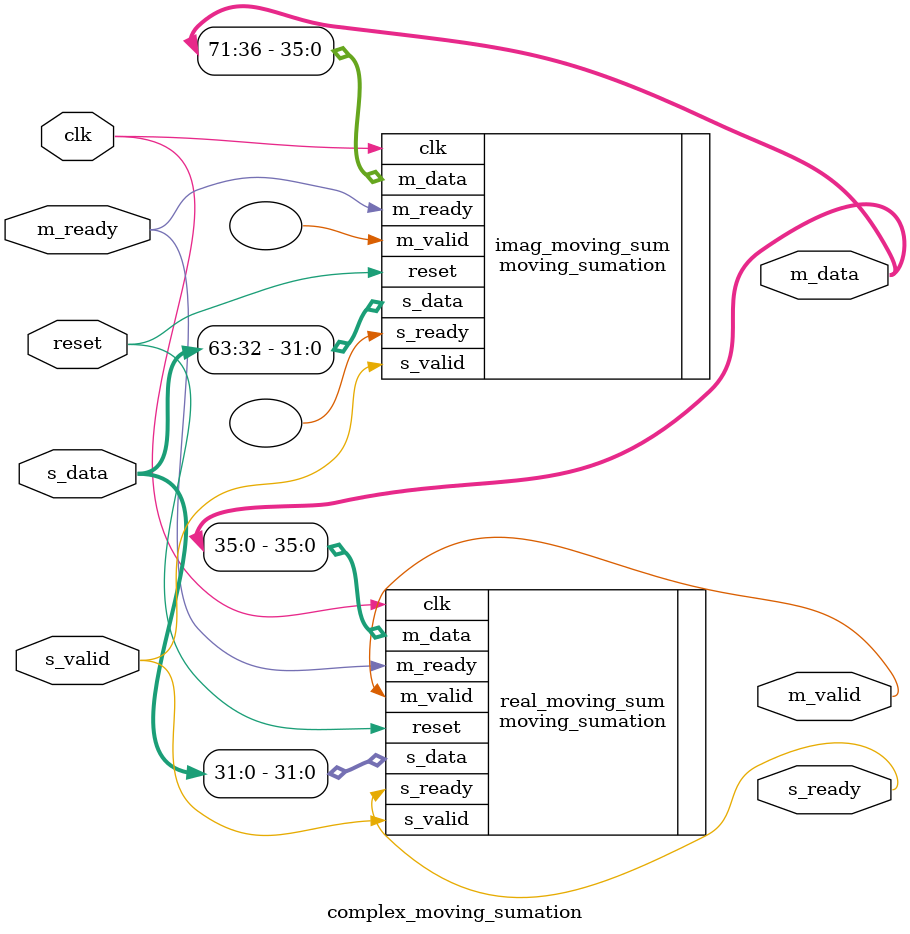
<source format=sv>
/*
 * Copyright 2019 Brett Witherspoon
 */

module complex_moving_sumation #(
  parameter int WIDTH = 32,
  parameter int LENGTH = 16
)(
  input  logic                                clk,
  input  logic                                reset,

  input  logic                                s_valid,
  output logic                                s_ready,
  input  logic [2*WIDTH-1:0]                  s_data,

  output logic                                m_valid,
  input  logic                                m_ready,
  output logic [2*($clog2(LENGTH)+WIDTH)-1:0] m_data
);

  moving_sumation #(.WIDTH(WIDTH), .LENGTH(LENGTH)) real_moving_sum (
    .clk,
    .reset,
    .s_valid,
    .s_ready,
    .s_data(s_data[WIDTH-1:0]),
    .m_valid,
    .m_ready,
    .m_data(m_data[$clog2(LENGTH)+WIDTH-1:0])
  );

  moving_sumation #(.WIDTH(WIDTH), .LENGTH(LENGTH)) imag_moving_sum (
    .clk,
    .reset,
    .s_valid,
    .s_ready(),
    .s_data(s_data[2*WIDTH-1:WIDTH]),
    .m_valid(),
    .m_ready,
    .m_data(m_data[2*($clog2(LENGTH)+WIDTH)-1:$clog2(LENGTH)+WIDTH])
  );

endmodule

</source>
